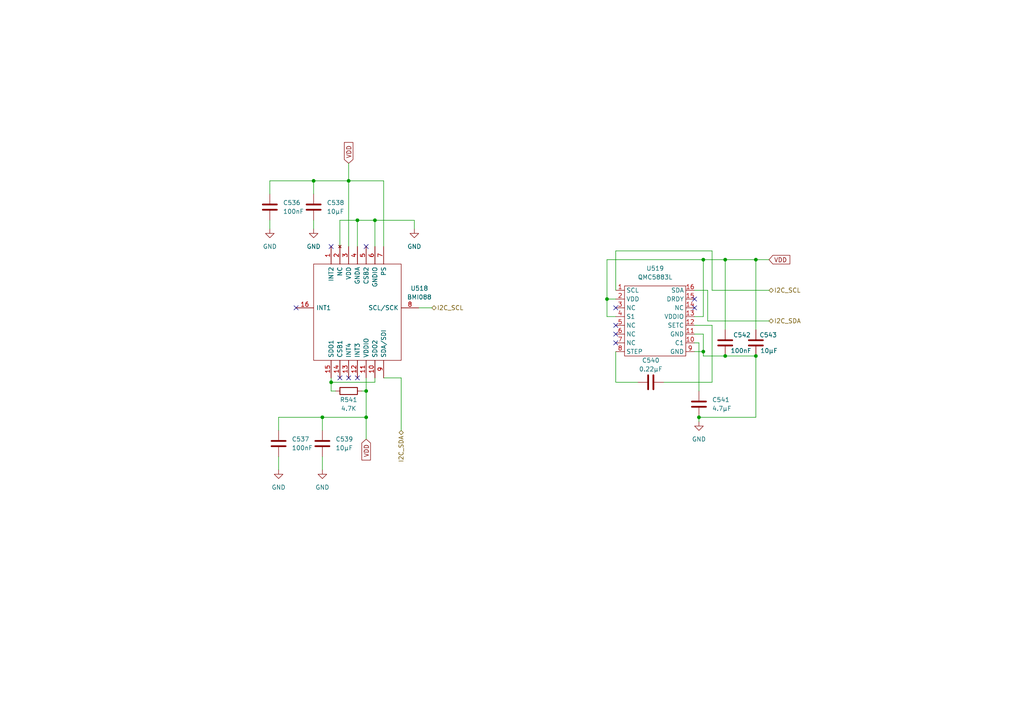
<source format=kicad_sch>
(kicad_sch (version 20231120) (generator "eeschema") (generator_version "8.0")
  (paper "A4")
  (lib_symbols
    (symbol "Device:C" (pin_numbers hide) (pin_names (offset 0.254))
      (property "Reference" "C" (at 0.635 2.54 0))
      (property "Value" "C" (at 0.635 -2.54 0))
      (symbol "C_0_1"
        (polyline (pts (xy -2.032 -0.762) (xy 2.032 -0.762)) (stroke (width 0.508)))
        (polyline (pts (xy -2.032 0.762) (xy 2.032 0.762)) (stroke (width 0.508)))
      )
      (symbol "C_1_1"
        (pin passive line (at 0 3.81 270) (length 2.794) (name "~") (number "1"))
        (pin passive line (at 0 -3.81 90) (length 2.794) (name "~") (number "2"))
      )
    )
    (symbol "Device:R" (pin_numbers hide) (pin_names (offset 0))
      (property "Reference" "R" (at 2.032 0 90))
      (property "Value" "R" (at 0 0 90))
      (symbol "R_0_1"
        (rectangle (start -1.016 -2.54) (end 1.016 2.54) (stroke (width 0.254)))
      )
      (symbol "R_1_1"
        (pin passive line (at 0 3.81 270) (length 1.27) (name "~") (number "1"))
        (pin passive line (at 0 -3.81 90) (length 1.27) (name "~") (number "2"))
      )
    )
    (symbol "SamacSys_Parts:BMI088" (pin_names (offset 0.762))
      (property "Reference" "IC" (at 31.75 17.78 0))
      (property "Value" "BMI088" (at 31.75 15.24 0))
      (symbol "BMI088_0_0"
        (pin passive line (at 10.16 17.78 270) (length 5.08) (name "INT2") (number "1"))
        (pin passive line (at 22.86 -20.32 90) (length 5.08) (name "SDO2") (number "10"))
        (pin passive line (at 20.32 -20.32 90) (length 5.08) (name "VDDIO") (number "11"))
        (pin passive line (at 17.78 -20.32 90) (length 5.08) (name "INT3") (number "12"))
        (pin passive line (at 15.24 -20.32 90) (length 5.08) (name "INT4") (number "13"))
        (pin passive line (at 12.7 -20.32 90) (length 5.08) (name "CSB1") (number "14"))
        (pin passive line (at 10.16 -20.32 90) (length 5.08) (name "SDO1") (number "15"))
        (pin passive line (at 0 0 0) (length 5.08) (name "INT1") (number "16"))
        (pin no_connect line (at 12.7 17.78 270) (length 5.08) (name "NC") (number "2"))
        (pin passive line (at 15.24 17.78 270) (length 5.08) (name "VDD") (number "3"))
        (pin passive line (at 17.78 17.78 270) (length 5.08) (name "GNDA") (number "4"))
        (pin passive line (at 20.32 17.78 270) (length 5.08) (name "CSB2") (number "5"))
        (pin passive line (at 22.86 17.78 270) (length 5.08) (name "GNDIO") (number "6"))
        (pin passive line (at 25.4 17.78 270) (length 5.08) (name "PS") (number "7"))
        (pin passive line (at 35.56 0 180) (length 5.08) (name "SCL/SCK") (number "8"))
        (pin passive line (at 25.4 -20.32 90) (length 5.08) (name "SDA/SDI") (number "9"))
      )
      (symbol "BMI088_0_1"
        (polyline (pts (xy 5.08 12.7) (xy 30.48 12.7) (xy 30.48 -15.24) (xy 5.08 -15.24) (xy 5.08 12.7)) (stroke (width 0.1524)))
      )
    )
    (symbol "WOBCLibrary:_QMC5883L"
      (property "Reference" "U" (at 0 2.54 0))
      (property "シンボル名" "_QMC5883L" (at 0 0 0))
      (symbol "_QMC5883L_0_1"
        (rectangle (start -8.89 -2.54) (end 8.89 -22.86))
      )
      (symbol "_QMC5883L_1_1"
        (pin input line (at -11.43 -3.81 0) (length 2.54) (name "SCL") (number "1"))
        (pin input line (at 11.43 -19.05 180) (length 2.54) (name "C1") (number "10"))
        (pin input line (at 11.43 -16.51 180) (length 2.54) (name "GND") (number "11"))
        (pin input line (at 11.43 -13.97 180) (length 2.54) (name "SETC") (number "12"))
        (pin input line (at 11.43 -11.43 180) (length 2.54) (name "VDDIO") (number "13"))
        (pin input line (at 11.43 -8.89 180) (length 2.54) (name "NC") (number "14"))
        (pin input line (at 11.43 -6.35 180) (length 2.54) (name "DRDY") (number "15"))
        (pin input line (at 11.43 -3.81 180) (length 2.54) (name "SDA") (number "16"))
        (pin input line (at -11.43 -6.35 0) (length 2.54) (name "VDD") (number "2"))
        (pin input line (at -11.43 -8.89 0) (length 2.54) (name "NC") (number "3"))
        (pin input line (at -11.43 -11.43 0) (length 2.54) (name "S1") (number "4"))
        (pin input line (at -11.43 -13.97 0) (length 2.54) (name "NC") (number "5"))
        (pin input line (at -11.43 -16.51 0) (length 2.54) (name "NC") (number "6"))
        (pin input line (at -11.43 -19.05 0) (length 2.54) (name "NC") (number "7"))
        (pin input line (at -11.43 -21.59 0) (length 2.54) (name "STEP") (number "8"))
        (pin input line (at 11.43 -21.59 180) (length 2.54) (name "GND") (number "9"))
      )
    )
    (symbol "power:GND" (power) (pin_names (offset 0))
      (property "Value" "GND" (at 0 -3.81 0))
      (symbol "GND_0_1"
        (polyline (pts (xy 0 0) (xy 0 -1.27) (xy 1.27 -1.27) (xy 0 -2.54) (xy -1.27 -1.27) (xy 0 -1.27)))
      )
      (symbol "GND_1_1"
        (pin power_in line (at 0 0 270) (length 0) hide (name "GND") (number "1"))
      )
    )
  )
  (junction (at 176.052 86.7425))
  (junction (at 219.232 75.3125))
  (junction (at 210.342 75.3125))
  (junction (at 106.202 113.4125))
  (junction (at 101.122 52.4525))
  (junction (at 210.342 103.2525))
  (junction (at 203.992 75.3125))
  (junction (at 93.502 121.0325))
  (junction (at 202.722 121.0325))
  (junction (at 96.042 110.8725))
  (junction (at 219.232 103.2525))
  (junction (at 90.962 52.4525))
  (junction (at 106.202 121.0325))
  (junction (at 108.742 63.8825))
  (junction (at 103.662 63.8825))
  (junction (at 203.992 101.9825))
  (no_connect (at 85.882 89.2825))
  (no_connect (at 201.452 86.7425))
  (no_connect (at 101.122 109.6025))
  (no_connect (at 178.592 96.9025))
  (no_connect (at 178.592 99.4425))
  (no_connect (at 103.662 109.6025))
  (no_connect (at 106.202 71.5025))
  (no_connect (at 96.042 71.5025))
  (no_connect (at 201.452 89.2825))
  (no_connect (at 178.592 94.3625))
  (no_connect (at 98.582 109.6025))
  (no_connect (at 178.592 89.2825))
  (wire (pts (xy 219.232 103.2525) (xy 219.232 121.0325)))
  (wire (pts (xy 203.992 96.9025) (xy 203.992 101.9825)))
  (wire (pts (xy 101.122 47.3725) (xy 101.122 52.4525)))
  (wire (pts (xy 176.052 86.7425) (xy 176.052 91.8225)))
  (wire (pts (xy 104.932 113.4125) (xy 106.202 113.4125)))
  (wire (pts (xy 206.532 94.3625) (xy 206.532 110.8725)))
  (wire (pts (xy 80.802 124.8425) (xy 80.802 121.0325)))
  (wire (pts (xy 98.582 63.8825) (xy 103.662 63.8825)))
  (wire (pts (xy 98.582 71.5025) (xy 98.582 63.8825)))
  (wire (pts (xy 203.992 75.3125) (xy 203.992 91.8225)))
  (wire (pts (xy 78.262 56.2625) (xy 78.262 52.4525)))
  (wire (pts (xy 111.282 71.5025) (xy 111.282 52.4525)))
  (wire (pts (xy 203.992 103.2525) (xy 203.992 101.9825)))
  (wire (pts (xy 90.962 56.2625) (xy 90.962 52.4525)))
  (wire (pts (xy 96.042 110.8725) (xy 96.042 109.6025)))
  (wire (pts (xy 201.452 94.3625) (xy 206.532 94.3625)))
  (wire (pts (xy 93.502 124.8425) (xy 93.502 121.0325)))
  (wire (pts (xy 106.202 109.6025) (xy 106.202 113.4125)))
  (wire (pts (xy 201.452 96.9025) (xy 203.992 96.9025)))
  (wire (pts (xy 111.282 52.4525) (xy 101.122 52.4525)))
  (wire (pts (xy 96.042 113.4125) (xy 96.042 110.8725)))
  (wire (pts (xy 201.452 101.9825) (xy 203.992 101.9825)))
  (wire (pts (xy 80.802 121.0325) (xy 93.502 121.0325)))
  (wire (pts (xy 219.232 75.3125) (xy 223.042 75.3125)))
  (wire (pts (xy 203.992 75.3125) (xy 176.052 75.3125)))
  (wire (pts (xy 108.742 63.8825) (xy 108.742 71.5025)))
  (wire (pts (xy 93.502 132.4625) (xy 93.502 136.2725)))
  (wire (pts (xy 203.992 75.3125) (xy 210.342 75.3125)))
  (wire (pts (xy 206.532 72.7725) (xy 206.532 84.2025)))
  (wire (pts (xy 93.502 121.0325) (xy 106.202 121.0325)))
  (wire (pts (xy 101.122 52.4525) (xy 101.122 71.5025)))
  (wire (pts (xy 201.452 99.4425) (xy 202.722 99.4425)))
  (wire (pts (xy 108.742 109.6025) (xy 108.742 110.8725)))
  (wire (pts (xy 178.592 101.9825) (xy 178.592 110.8725)))
  (wire (pts (xy 178.592 72.7725) (xy 206.532 72.7725)))
  (wire (pts (xy 106.202 121.0325) (xy 106.202 127.3825)))
  (wire (pts (xy 116.362 109.6025) (xy 116.362 124.8425)))
  (wire (pts (xy 201.452 84.2025) (xy 205.262 84.2025)))
  (wire (pts (xy 78.262 52.4525) (xy 90.962 52.4525)))
  (wire (pts (xy 202.722 99.4425) (xy 202.722 113.4125)))
  (wire (pts (xy 202.722 121.0325) (xy 202.722 122.3025)))
  (wire (pts (xy 210.342 75.3125) (xy 210.342 95.6325)))
  (wire (pts (xy 78.262 63.8825) (xy 78.262 66.4225)))
  (wire (pts (xy 90.962 52.4525) (xy 101.122 52.4525)))
  (wire (pts (xy 205.262 93.0925) (xy 223.042 93.0925)))
  (wire (pts (xy 108.742 110.8725) (xy 96.042 110.8725)))
  (wire (pts (xy 210.342 103.2525) (xy 219.232 103.2525)))
  (wire (pts (xy 219.232 75.3125) (xy 219.232 95.6325)))
  (wire (pts (xy 121.442 89.2825) (xy 125.252 89.2825)))
  (wire (pts (xy 108.742 63.8825) (xy 120.172 63.8825)))
  (wire (pts (xy 178.592 86.7425) (xy 176.052 86.7425)))
  (wire (pts (xy 205.262 84.2025) (xy 205.262 93.0925)))
  (wire (pts (xy 176.052 91.8225) (xy 178.592 91.8225)))
  (wire (pts (xy 206.532 84.2025) (xy 223.042 84.2025)))
  (wire (pts (xy 219.232 121.0325) (xy 202.722 121.0325)))
  (wire (pts (xy 116.362 109.6025) (xy 111.282 109.6025)))
  (wire (pts (xy 80.802 132.4625) (xy 80.802 136.2725)))
  (wire (pts (xy 201.452 91.8225) (xy 203.992 91.8225)))
  (wire (pts (xy 178.592 110.8725) (xy 184.942 110.8725)))
  (wire (pts (xy 97.312 113.4125) (xy 96.042 113.4125)))
  (wire (pts (xy 120.172 63.8825) (xy 120.172 66.4225)))
  (wire (pts (xy 176.052 75.3125) (xy 176.052 86.7425)))
  (wire (pts (xy 103.662 63.8825) (xy 108.742 63.8825)))
  (wire (pts (xy 103.662 63.8825) (xy 103.662 71.5025)))
  (wire (pts (xy 210.342 75.3125) (xy 219.232 75.3125)))
  (wire (pts (xy 203.992 103.2525) (xy 210.342 103.2525)))
  (wire (pts (xy 90.962 63.8825) (xy 90.962 66.4225)))
  (wire (pts (xy 206.532 110.8725) (xy 192.562 110.8725)))
  (wire (pts (xy 106.202 113.4125) (xy 106.202 121.0325)))
  (wire (pts (xy 178.592 84.2025) (xy 178.592 72.7725)))
  (global_label "VDD" (shape input) (at 106.202 127.3825 270) (property "Intersheetrefs" "${INTERSHEET_REFS}" (effects (hide yes))))
  (global_label "VDD" (shape input) (at 223.042 75.3125 0) (property "Intersheetrefs" "${INTERSHEET_REFS}" (effects (hide yes))))
  (global_label "VDD" (shape input) (at 101.122 47.3725 90) (property "Intersheetrefs" "${INTERSHEET_REFS}" (effects (hide yes))))
  (hierarchical_label "I2C_SCL" (shape bidirectional) (at 223.042 84.2025 0))
  (hierarchical_label "I2C_SDA" (shape bidirectional) (at 223.042 93.0925 0))
  (hierarchical_label "I2C_SDA" (shape bidirectional) (at 116.362 124.8425 270))
  (hierarchical_label "I2C_SCL" (shape bidirectional) (at 125.252 89.2825 0))
  (symbol (lib_id "Device:C") (at 93.502 128.6525 0) (unit 1)
    (property "Reference" "C539" (at 97.312 127.3825 0) (effects (justify left)))
    (property "Value" "10μF" (at 97.312 129.9225 0) (effects (justify left)))
    (property "Footprint" "Capacitor_SMD:C_0603_1608Metric" (effects (hide yes)))
    (property "LCSC" "C96446" (effects (hide yes)))
  )
  (symbol (lib_id "power:GND") (at 90.962 66.4225 0) (unit 1)
    (property "Reference" "#PWR0592" (effects (hide yes)))
    (property "Value" "GND" (at 90.962 71.5025 0))
  )
  (symbol (lib_id "power:GND") (at 80.802 136.2725 0) (unit 1)
    (property "Reference" "#PWR0591" (effects (hide yes)))
    (property "Value" "GND" (at 80.802 141.3525 0))
  )
  (symbol (lib_id "Device:C") (at 78.262 60.0725 0) (unit 1)
    (property "Reference" "C536" (at 82.072 58.8025 0) (effects (justify left)))
    (property "Value" "100nF" (at 82.072 61.3425 0) (effects (justify left)))
    (property "Footprint" "Capacitor_SMD:C_0402_1005Metric" (effects (hide yes)))
    (property "LCSC" "C1525" (effects (hide yes)))
  )
  (symbol (lib_id "Device:C") (at 80.802 128.6525 0) (unit 1)
    (property "Reference" "C537" (at 84.612 127.3825 0) (effects (justify left)))
    (property "Value" "100nF" (at 84.612 129.9225 0) (effects (justify left)))
    (property "Footprint" "Capacitor_SMD:C_0402_1005Metric" (effects (hide yes)))
    (property "LCSC" "C1525" (effects (hide yes)))
  )
  (symbol (lib_id "Device:C") (at 202.722 117.2225 0) (unit 1)
    (property "Reference" "C541" (at 206.532 115.9525 0) (effects (justify left)))
    (property "Value" "4.7μF" (at 206.532 118.4925 0) (effects (justify left)))
    (property "Footprint" "Capacitor_SMD:C_0603_1608Metric" (effects (hide yes)))
    (property "LCSC" "C19666" (effects (hide yes)))
  )
  (symbol (lib_id "SamacSys_Parts:BMI088") (at 85.882 89.2825 0) (unit 1)
    (property "Reference" "U518" (at 121.635 83.6379 0))
    (property "Value" "BMI088" (at 121.635 86.1779 0))
    (property "Footprint" "WOBClibraries:BMI088" (effects (hide yes)))
    (property "Datasheet" "http://uk.rs-online.com/web/p/products/2457367P" (effects (hide yes)))
    (property "Description" "Inertial Measurement Unit Digital Output 2.5V/3.3V Automotive" (effects (hide yes)))
    (property "Height" "1.45" (effects (hide yes)))
    (property "RS Part Number" "2457367P" (effects (hide yes)))
    (property "RS Price/Stock" "http://uk.rs-online.com/web/p/products/2457367P" (effects (hide yes)))
    (property "Manufacturer_Name" "BOSCH" (effects (hide yes)))
    (property "Manufacturer_Part_Number" "BMI088" (effects (hide yes)))
    (property "LCSC" "C194919" (effects (hide yes)))
  )
  (symbol (lib_id "Device:C") (at 210.342 99.4425 0) (unit 1)
    (property "Reference" "C542" (at 212.628 97.1565 0) (effects (justify left)))
    (property "Value" "100nF" (at 211.866 101.7285 0) (effects (justify left)))
    (property "Footprint" "Capacitor_SMD:C_0402_1005Metric" (effects (hide yes)))
    (property "LCSC" "C1525" (effects (hide yes)))
  )
  (symbol (lib_id "Device:C") (at 188.752 110.8725 270) (unit 1)
    (property "Reference" "C540" (at 188.752 104.5225 90))
    (property "Value" "0.22μF" (at 188.752 107.0625 90))
    (property "Footprint" "Capacitor_SMD:C_0402_1005Metric" (effects (hide yes)))
    (property "LCSC" "C16772" (effects (hide yes)))
  )
  (symbol (lib_id "Device:C") (at 219.232 99.4425 0) (unit 1)
    (property "Reference" "C543" (at 220.248 97.1565 0) (effects (justify left)))
    (property "Value" "10μF" (at 220.502 101.7285 0) (effects (justify left)))
    (property "Footprint" "Capacitor_SMD:C_0603_1608Metric" (effects (hide yes)))
    (property "LCSC" "C96446" (effects (hide yes)))
  )
  (symbol (lib_id "power:GND") (at 78.262 66.4225 0) (unit 1)
    (property "Reference" "#PWR0590" (effects (hide yes)))
    (property "Value" "GND" (at 78.262 71.5025 0))
  )
  (symbol (lib_id "Device:C") (at 90.962 60.0725 0) (unit 1)
    (property "Reference" "C538" (at 94.772 58.8025 0) (effects (justify left)))
    (property "Value" "10μF" (at 94.772 61.3425 0) (effects (justify left)))
    (property "Footprint" "Capacitor_SMD:C_0603_1608Metric" (effects (hide yes)))
    (property "LCSC" "C96446" (effects (hide yes)))
  )
  (symbol (lib_id "power:GND") (at 93.502 136.2725 0) (unit 1)
    (property "Reference" "#PWR0593" (effects (hide yes)))
    (property "Value" "GND" (at 93.502 141.3525 0))
  )
  (symbol (lib_id "Device:R") (at 101.122 113.4125 90) (unit 1)
    (property "Reference" "R541" (at 101.122 115.9525 90))
    (property "Value" "4.7K" (at 101.122 118.4925 90))
    (property "Footprint" "Resistor_SMD:R_0402_1005Metric" (effects (hide yes)))
    (property "LCSC" "C25900" (effects (hide yes)))
  )
  (symbol (lib_id "power:GND") (at 202.722 122.3025 0) (unit 1)
    (property "Reference" "#PWR0595" (effects (hide yes)))
    (property "Value" "GND" (at 202.722 127.3825 0))
  )
  (symbol (lib_id "WOBCLibrary:_QMC5883L") (at 190.022 80.3925 0) (unit 1)
    (property "Reference" "U519" (at 190.022 77.8525 0))
    (property "Value" "QMC5883L" (at 190.022 80.3925 0))
    (property "Footprint" "WOBClibraries:_HMC5883L" (effects (hide yes)))
    (property "シンボル名" "_QMC5883L" (effects (hide yes)))
    (property "LCSC" "C976032" (effects (hide yes)))
  )
  (symbol (lib_id "power:GND") (at 120.172 66.4225 0) (unit 1)
    (property "Reference" "#PWR0594" (effects (hide yes)))
    (property "Value" "GND" (at 120.172 71.5025 0))
  )
)
</source>
